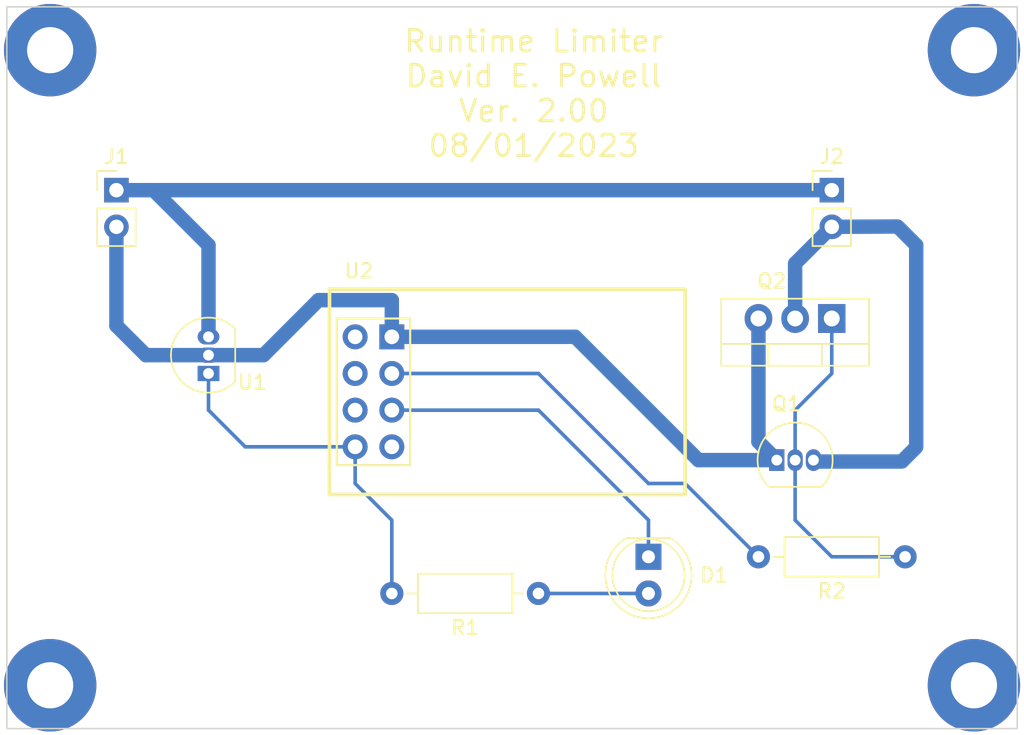
<source format=kicad_pcb>
(kicad_pcb (version 20211014) (generator pcbnew)
  (title_block (title "Runtime Limiter") (date "2023-06-26") (rev "01") (company "David E. Powell"))
  (layers (0 "F.Cu" signal) (31 "B.Cu" signal) (34 "B.Paste" user) (35 "F.Paste" user) (36 "B.SilkS" user "B.Silkscreen") (37 "F.SilkS" user "F.Silkscreen") (38 "B.Mask" user) (39 "F.Mask" user) (44 "Edge.Cuts" user))
  (net 0 "")
  (net 1 "GNDREF")
  (net 2 "Net-(Q1-Pad2)")
  (net 7 "Net-(R2-Pad2)")
  (net 8 "Net-(D1-Pad1)")
  (net 9 "Net-(D1-Pad2)")
  (net 10 "/Control Power")
  (net 11 "/Internal Power")
  (net 12 "/Control Ground")
  (footprint "MountingHole:MountingHole_3.2mm_M3_Pad" (layer "F.Cu") (at 3 3)
    (fp_text reference "REF**" hide)
    (fp_text value "MountingHole_3.2mm_M3_Pad" hide)
    (pad "1" thru_hole circle (at 0 0) (size 6.4 6.4) (drill 3.2) (layers *.Cu *.Mask))
  )
  (footprint "MountingHole:MountingHole_3.2mm_M3_Pad" (layer "F.Cu") (at 3 47)
    (fp_text reference "REF**" hide)
    (fp_text value "MountingHole_3.2mm_M3_Pad" hide)
    (pad "1" thru_hole circle (at 0 0) (size 6.4 6.4) (drill 3.2) (layers *.Cu *.Mask))
  )
  (footprint "MountingHole:MountingHole_3.2mm_M3_Pad" (layer "F.Cu") (at 67 47)
    (fp_text reference "REF**" hide)
    (fp_text value "MountingHole_3.2mm_M3_Pad" hide)
    (pad "1" thru_hole circle (at 0 0) (size 6.4 6.4) (drill 3.2) (layers *.Cu *.Mask))
  )
  (footprint "Package_TO_SOT_THT:TO-92_Inline" (layer "F.Cu") (at 13.97 25.4 90)
    (fp_text reference "U1" (at -0.6 3.03) (layer "F.SilkS"))
    (fp_text value "78L03" hide)
    (fp_line (start -0.53 1.85) (end 3.07 1.85) (layer "F.SilkS") (width 0.12))
    (fp_arc (start 1.27 -2.6) (mid 3.672087 -0.994977) (end 3.108478 1.838478) (layer "F.SilkS") (width 0.12))
    (fp_arc (start -0.568478 1.838478) (mid -1.132087 -0.994977) (end 1.27 -2.6) (layer "F.SilkS") (width 0.12))
    (pad "1" thru_hole rect (at 0 0 90) (size 1.05 1.5) (drill 0.75) (layers *.Cu *.Mask) (net 11 "/Internal Power"))
    (pad "2" thru_hole oval (at 1.27 0 90) (size 1.05 1.5) (drill 0.75) (layers *.Cu *.Mask) (net 1 "GNDREF"))
    (pad "3" thru_hole oval (at 2.54 0 90) (size 1.05 1.5) (drill 0.75) (layers *.Cu *.Mask) (net 10 "/Control Power"))
  )
  (footprint "Connector_PinHeader_2.54mm:PinHeader_1x02_P2.54mm_Vertical" (layer "F.Cu") (at 7.59 12.7)
    (fp_text reference "J1" (at 0 -2.33) (layer "F.SilkS"))
    (fp_text value "5-20 Volts")
    (fp_line (start 1.33 1.27) (end 1.33 3.87) (layer "F.SilkS") (width 0.12))
    (fp_line (start -1.33 0) (end -1.33 -1.33) (layer "F.SilkS") (width 0.12))
    (fp_line (start -1.33 3.87) (end 1.33 3.87) (layer "F.SilkS") (width 0.12))
    (fp_line (start -1.33 1.27) (end -1.33 3.87) (layer "F.SilkS") (width 0.12))
    (fp_line (start -1.33 1.27) (end 1.33 1.27) (layer "F.SilkS") (width 0.12))
    (fp_line (start -1.33 -1.33) (end 0 -1.33) (layer "F.SilkS") (width 0.12))
    (pad "1" thru_hole rect (at 0 0) (size 1.7 1.7) (drill 1) (layers *.Cu *.Mask) (net 10 "/Control Power"))
    (pad "2" thru_hole oval (at 0 2.54) (size 1.7 1.7) (drill 1) (layers *.Cu *.Mask) (net 1 "GNDREF"))
  )
  (footprint "Connector_PinHeader_2.54mm:PinHeader_1x02_P2.54mm_Vertical" (layer "F.Cu") (at 57.15 12.7)
    (fp_text reference "J2" (at 0 -2.33) (layer "F.SilkS"))
    (fp_text value "Vout")
    (fp_line (start -1.33 3.87) (end 1.33 3.87) (layer "F.SilkS") (width 0.12))
    (fp_line (start -1.33 -1.33) (end 0 -1.33) (layer "F.SilkS") (width 0.12))
    (fp_line (start -1.33 1.27) (end -1.33 3.87) (layer "F.SilkS") (width 0.12))
    (fp_line (start -1.33 0) (end -1.33 -1.33) (layer "F.SilkS") (width 0.12))
    (fp_line (start 1.33 1.27) (end 1.33 3.87) (layer "F.SilkS") (width 0.12))
    (fp_line (start -1.33 1.27) (end 1.33 1.27) (layer "F.SilkS") (width 0.12))
    (pad "1" thru_hole rect (at 0 0) (size 1.7 1.7) (drill 1) (layers *.Cu *.Mask) (net 10 "/Control Power"))
    (pad "2" thru_hole oval (at 0 2.54) (size 1.7 1.7) (drill 1) (layers *.Cu *.Mask) (net 12 "/Control Ground"))
  )
  (footprint "Resistor_THT:R_Axial_DIN0207_L6.3mm_D2.5mm_P10.16mm_Horizontal" (layer "F.Cu") (at 36.83 40.64 180)
    (fp_text reference "R1" (at 5.08 -2.37) (layer "F.SilkS"))
    (fp_text value "220" hide)
    (fp_line (start 8.35 1.37) (end 8.35 -1.37) (layer "F.SilkS") (width 0.12))
    (fp_line (start 1.81 -1.37) (end 1.81 1.37) (layer "F.SilkS") (width 0.12))
    (fp_line (start 9.12 0) (end 8.35 0) (layer "F.SilkS") (width 0.12))
    (fp_line (start 1.04 0) (end 1.81 0) (layer "F.SilkS") (width 0.12))
    (fp_line (start 1.81 1.37) (end 8.35 1.37) (layer "F.SilkS") (width 0.12))
    (fp_line (start 8.35 -1.37) (end 1.81 -1.37) (layer "F.SilkS") (width 0.12))
    (pad "1" thru_hole circle (at 0 0 180) (size 1.6 1.6) (drill 0.8) (layers *.Cu *.Mask) (net 9 "Net-(D1-Pad2)"))
    (pad "2" thru_hole oval (at 10.16 0 180) (size 1.6 1.6) (drill 0.8) (layers *.Cu *.Mask) (net 11 "/Internal Power"))
  )
  (footprint "Resistor_THT:R_Axial_DIN0207_L6.3mm_D2.5mm_P10.16mm_Horizontal" (layer "F.Cu") (at 62.23 38.1 180)
    (fp_text reference "R2" (at 5.08 -2.37) (layer "F.SilkS"))
    (fp_text value "1K" hide)
    (fp_line (start 1.04 0) (end 1.81 0) (layer "F.SilkS") (width 0.12))
    (fp_line (start 9.12 0) (end 8.35 0) (layer "F.SilkS") (width 0.12))
    (fp_line (start 8.35 -1.37) (end 1.81 -1.37) (layer "F.SilkS") (width 0.12))
    (fp_line (start 8.35 1.37) (end 8.35 -1.37) (layer "F.SilkS") (width 0.12))
    (fp_line (start 1.81 -1.37) (end 1.81 1.37) (layer "F.SilkS") (width 0.12))
    (fp_line (start 1.81 1.37) (end 8.35 1.37) (layer "F.SilkS") (width 0.12))
    (pad "1" thru_hole circle (at 0 0 180) (size 1.6 1.6) (drill 0.8) (layers *.Cu *.Mask) (net 2 "Net-(Q1-Pad2)"))
    (pad "2" thru_hole oval (at 10.16 0 180) (size 1.6 1.6) (drill 0.8) (layers *.Cu *.Mask) (net 7 "Net-(R2-Pad2)"))
  )
  (footprint "Package_TO_SOT_THT:TO-220-3_Vertical" (layer "F.Cu") (at 57.15 21.59 180)
    (fp_text reference "Q2" (at 4.15 2.59 180) (layer "F.SilkS"))
    (fp_text value "2SD2023" hide)
    (fp_line (start -2.58 -3.27) (end 7.66 -3.27) (layer "F.SilkS") (width 0.12))
    (fp_line (start -2.58 -1.76) (end 7.66 -1.76) (layer "F.SilkS") (width 0.12))
    (fp_line (start 7.66 -3.27) (end 7.66 1.371) (layer "F.SilkS") (width 0.12))
    (fp_line (start -2.58 -3.27) (end -2.58 1.371) (layer "F.SilkS") (width 0.12))
    (fp_line (start 0.69 -3.27) (end 0.69 -1.76) (layer "F.SilkS") (width 0.12))
    (fp_line (start -2.58 1.371) (end 7.66 1.371) (layer "F.SilkS") (width 0.12))
    (fp_line (start 4.391 -3.27) (end 4.391 -1.76) (layer "F.SilkS") (width 0.12))
    (pad "1" thru_hole rect (at 0 0 180) (size 1.905 2) (drill 1.1) (layers *.Cu *.Mask) (net 2 "Net-(Q1-Pad2)"))
    (pad "2" thru_hole oval (at 2.54 0 180) (size 1.905 2) (drill 1.1) (layers *.Cu *.Mask) (net 12 "/Control Ground"))
    (pad "3" thru_hole oval (at 5.08 0 180) (size 1.905 2) (drill 1.1) (layers *.Cu *.Mask) (net 1 "GNDREF"))
  )
  (footprint "LED_THT:LED_D5.0mm" (layer "F.Cu") (at 44.45 38.1 -90)
    (fp_text reference "D1" (at 1.27 -4.55) (layer "F.SilkS"))
    (fp_text value "LED" hide)
    (fp_line (start -1.29 -1.545) (end -1.29 1.545) (layer "F.SilkS") (width 0.12))
    (fp_arc (start 4.26 -0.000462) (mid 2.072002 2.880433) (end -1.29 1.54483) (layer "F.SilkS") (width 0.12))
    (fp_arc (start -1.29 -1.54483) (mid 2.072002 -2.880433) (end 4.26 0.000462) (layer "F.SilkS") (width 0.12))
    (fp_circle (center 1.27 0) (end 3.77 0) (layer "F.SilkS") (width 0.12) (fill none))
    (pad "1" thru_hole rect (at 0 0 270) (size 1.8 1.8) (drill 0.9) (layers *.Cu *.Mask) (net 8 "Net-(D1-Pad1)"))
    (pad "2" thru_hole circle (at 2.54 0 270) (size 1.8 1.8) (drill 0.9) (layers *.Cu *.Mask) (net 9 "Net-(D1-Pad2)"))
  )
  (footprint "ESP8266:ESP8266-01s" (layer "F.Cu") (at 24.13 22.86)
    (fp_text reference "U2" (at 0.254 -4.572) (layer "F.SilkS"))
    (fp_text value "ESP8266-01s_2x04")
    (fp_line (start 22.86 10.922) (end -1.778 10.922) (layer "F.SilkS") (width 0.254))
    (fp_line (start -1.27 -1.27) (end -1.27 1.27) (layer "F.SilkS") (width 0.1524))
    (fp_line (start 22.86 -3.302) (end 22.86 10.922) (layer "F.SilkS") (width 0.254))
    (fp_line (start -1.27 8.89) (end 3.81 8.89) (layer "F.SilkS") (width 0.1524))
    (fp_line (start -1.778 10.922) (end -1.778 -3.302) (layer "F.SilkS") (width 0.254))
    (fp_line (start -1.778 -3.302) (end 22.86 -3.302) (layer "F.SilkS") (width 0.254))
    (fp_line (start -1.27 1.27) (end -1.27 8.89) (layer "F.SilkS") (width 0.1524))
    (fp_line (start 3.81 -1.27) (end 1.27 -1.27) (layer "F.SilkS") (width 0.1524))
    (fp_line (start 1.27 -1.27) (end -1.27 -1.27) (layer "F.SilkS") (width 0.1524))
    (fp_line (start 3.81 8.89) (end 3.81 -1.27) (layer "F.SilkS") (width 0.1524))
    (pad "1" thru_hole rect (at 2.54 0) (size 1.7272 1.7272) (drill 1.016) (layers *.Cu *.Mask) (net 1 "GNDREF"))
    (pad "2" thru_hole oval (at 0 0) (size 1.7272 1.7272) (drill 1.016) (layers *.Cu *.Mask))
    (pad "3" thru_hole oval (at 2.54 2.54) (size 1.7272 1.7272) (drill 1.016) (layers *.Cu *.Mask) (net 7 "Net-(R2-Pad2)"))
    (pad "4" thru_hole oval (at 0 2.54) (size 1.7272 1.7272) (drill 1.016) (layers *.Cu *.Mask))
    (pad "5" thru_hole oval (at 2.54 5.08) (size 1.7272 1.7272) (drill 1.016) (layers *.Cu *.Mask) (net 8 "Net-(D1-Pad1)"))
    (pad "6" thru_hole oval (at 0 5.08) (size 1.7272 1.7272) (drill 1.016) (layers *.Cu *.Mask))
    (pad "7" thru_hole oval (at 2.54 7.62) (size 1.7272 1.7272) (drill 1.016) (layers *.Cu *.Mask))
    (pad "8" thru_hole oval (at 0 7.62) (size 1.7272 1.7272) (drill 1.016) (layers *.Cu *.Mask) (net 11 "/Internal Power"))
  )
  (footprint "Package_TO_SOT_THT:TO-92_Inline" (layer "F.Cu") (at 53.34 31.401115)
    (fp_text reference "Q1" (at 0.66 -3.901115) (layer "F.SilkS"))
    (fp_text value "2N3904" hide)
    (fp_line (start -0.53 1.85) (end 3.07 1.85) (layer "F.SilkS") (width 0.12))
    (fp_arc (start -0.568478 1.838478) (mid -1.132087 -0.994977) (end 1.27 -2.6) (layer "F.SilkS") (width 0.12))
    (fp_arc (start 1.27 -2.6) (mid 3.672087 -0.994977) (end 3.108478 1.838478) (layer "F.SilkS") (width 0.12))
    (pad "1" thru_hole rect (at 0 0) (size 1.05 1.5) (drill 0.75) (layers *.Cu *.Mask) (net 1 "GNDREF"))
    (pad "2" thru_hole oval (at 1.27 0) (size 1.05 1.5) (drill 0.75) (layers *.Cu *.Mask) (net 2 "Net-(Q1-Pad2)"))
    (pad "3" thru_hole oval (at 2.54 0) (size 1.05 1.5) (drill 0.75) (layers *.Cu *.Mask) (net 12 "/Control Ground"))
  )
  (footprint "MountingHole:MountingHole_3.2mm_M3_Pad" (layer "F.Cu") (at 67 3)
    (fp_text reference "REF**" hide)
    (fp_text value "MountingHole_3.2mm_M3_Pad" hide)
    (pad "1" thru_hole circle (at 0 0) (size 6.4 6.4) (drill 3.2) (layers *.Cu *.Mask))
  )
  (gr_rect (start 0 0) (end 70 50) (layer "Edge.Cuts") (width 0.1) (fill none))
  (gr_text "Runtime Limiter\nDavid E. Powell\nVer. 2.00\n08/01/2023" (at 36.5 6) (layer "F.SilkS") (effects (font (size 1.5 1.5) (thickness 0.2))))
  (segment (start 13.97 24.13) (end 17.78 24.13) (width 1) (layer "B.Cu") (net 1))
  (segment (start 47.911115 31.401115) (end 39.37 22.86) (width 1) (layer "B.Cu") (net 1))
  (segment (start 7.59 15.24) (end 7.59 22.09) (width 1) (layer "B.Cu") (net 1))
  (segment (start 52.07 21.59) (end 52.07 30.131115) (width 1) (layer "B.Cu") (net 1))
  (segment (start 52.07 30.131115) (end 53.34 31.401115) (width 1) (layer "B.Cu") (net 1))
  (segment (start 39.37 22.86) (end 26.67 22.86) (width 1) (layer "B.Cu") (net 1))
  (segment (start 17.78 24.13) (end 21.59 20.32) (width 1) (layer "B.Cu") (net 1))
  (segment (start 26.67 20.32) (end 26.67 22.86) (width 1) (layer "B.Cu") (net 1))
  (segment (start 9.63 24.13) (end 13.97 24.13) (width 1) (layer "B.Cu") (net 1))
  (segment (start 53.34 31.401115) (end 47.911115 31.401115) (width 1) (layer "B.Cu") (net 1))
  (segment (start 21.59 20.32) (end 26.67 20.32) (width 1) (layer "B.Cu") (net 1))
  (segment (start 7.59 22.09) (end 9.63 24.13) (width 1) (layer "B.Cu") (net 1))
  (segment (start 57.15 21.59) (end 57.15 25.4) (width 0.25) (layer "B.Cu") (net 2))
  (segment (start 57.15 25.4) (end 54.61 27.94) (width 0.25) (layer "B.Cu") (net 2))
  (segment (start 62.23 38.1) (end 57.15 38.1) (width 0.25) (layer "B.Cu") (net 2))
  (segment (start 57.15 38.1) (end 54.61 35.56) (width 0.25) (layer "B.Cu") (net 2))
  (segment (start 54.61 35.56) (end 54.61 31.401115) (width 0.25) (layer "B.Cu") (net 2))
  (segment (start 54.61 27.94) (end 54.61 31.401115) (width 0.25) (layer "B.Cu") (net 2))
  (segment (start 46.99 33.02) (end 52.07 38.1) (width 0.25) (layer "B.Cu") (net 7))
  (segment (start 26.67 25.4) (end 36.83 25.4) (width 0.25) (layer "B.Cu") (net 7))
  (segment (start 36.83 25.4) (end 44.45 33.02) (width 0.25) (layer "B.Cu") (net 7))
  (segment (start 44.45 33.02) (end 46.99 33.02) (width 0.25) (layer "B.Cu") (net 7))
  (segment (start 26.67 27.94) (end 36.83 27.94) (width 0.25) (layer "B.Cu") (net 8))
  (segment (start 44.45 35.56) (end 44.45 38.1) (width 0.25) (layer "B.Cu") (net 8))
  (segment (start 36.83 27.94) (end 44.45 35.56) (width 0.25) (layer "B.Cu") (net 8))
  (segment (start 36.83 40.64) (end 44.45 40.64) (width 0.25) (layer "B.Cu") (net 9))
  (segment (start 13.97 16.51) (end 10.16 12.7) (width 1) (layer "B.Cu") (net 10))
  (segment (start 10.16 12.7) (end 57.15 12.7) (width 1) (layer "B.Cu") (net 10))
  (segment (start 13.97 22.86) (end 13.97 16.51) (width 1) (layer "B.Cu") (net 10))
  (segment (start 7.59 12.7) (end 10.16 12.7) (width 1) (layer "B.Cu") (net 10))
  (segment (start 24.13 33.02) (end 26.67 35.56) (width 0.25) (layer "B.Cu") (net 11))
  (segment (start 13.97 27.94) (end 16.51 30.48) (width 0.25) (layer "B.Cu") (net 11))
  (segment (start 13.97 25.4) (end 13.97 27.94) (width 0.25) (layer "B.Cu") (net 11))
  (segment (start 16.51 30.48) (end 24.13 30.48) (width 0.25) (layer "B.Cu") (net 11))
  (segment (start 24.13 30.48) (end 24.13 33.02) (width 0.25) (layer "B.Cu") (net 11))
  (segment (start 26.67 35.56) (end 26.67 40.64) (width 0.25) (layer "B.Cu") (net 11))
  (segment (start 57.15 15.24) (end 54.61 17.78) (width 1) (layer "B.Cu") (net 12))
  (segment (start 54.61 17.78) (end 54.61 21.59) (width 1) (layer "B.Cu") (net 12))
  (segment (start 63 16.51) (end 63 30.48) (width 1) (layer "B.Cu") (net 12))
  (segment (start 57.15 15.24) (end 61.691243 15.216692) (width 1) (layer "B.Cu") (net 12))
  (segment (start 62.960557 30.539442) (end 62.039442 31.460557) (width 1) (layer "B.Cu") (net 12))
  (segment (start 62 31.5) (end 55.920557 31.5) (width 1) (layer "B.Cu") (net 12))
  (segment (start 61.73 15.24) (end 63 16.51) (width 1) (layer "B.Cu") (net 12))
)
</source>
